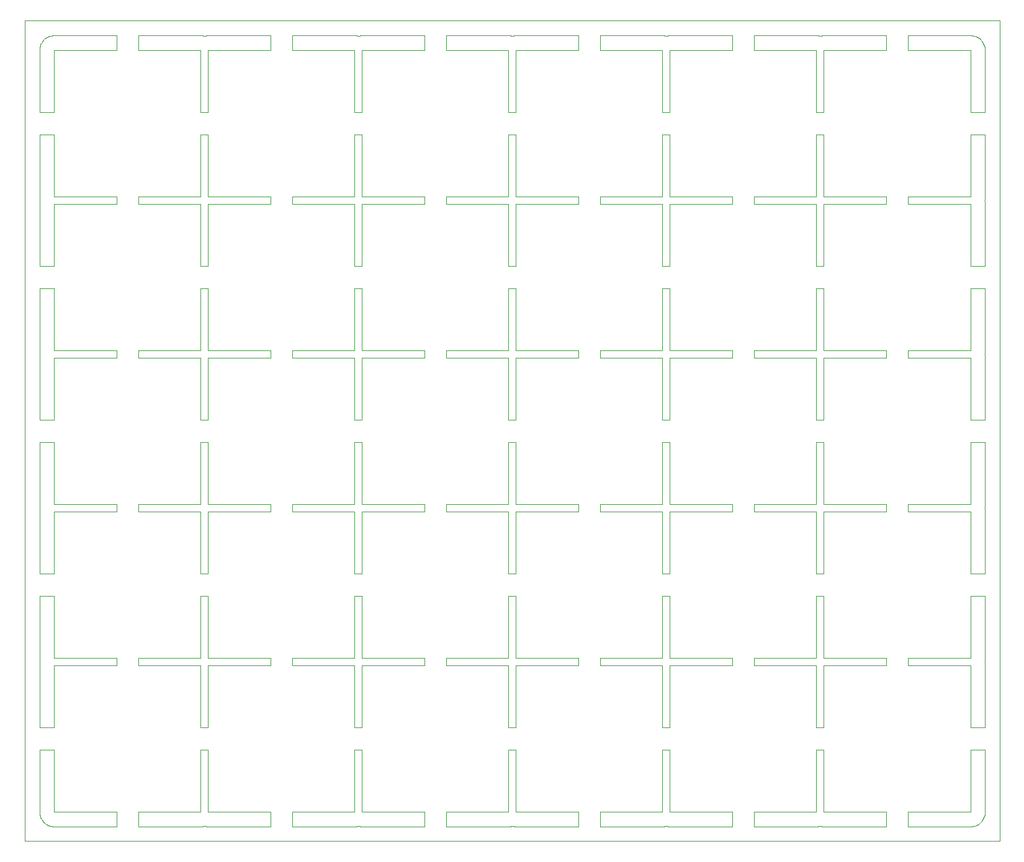
<source format=gbr>
%TF.GenerationSoftware,KiCad,Pcbnew,(6.0.8)*%
%TF.CreationDate,2022-11-05T12:29:25+05:30*%
%TF.ProjectId,panelized,70616e65-6c69-47a6-9564-2e6b69636164,rev?*%
%TF.SameCoordinates,Original*%
%TF.FileFunction,Profile,NP*%
%FSLAX46Y46*%
G04 Gerber Fmt 4.6, Leading zero omitted, Abs format (unit mm)*
G04 Created by KiCad (PCBNEW (6.0.8)) date 2022-11-05 12:29:25*
%MOMM*%
%LPD*%
G01*
G04 APERTURE LIST*
%TA.AperFunction,Profile*%
%ADD10C,0.100000*%
%TD*%
G04 APERTURE END LIST*
D10*
X145934062Y-81500000D02*
X145961570Y-81609819D01*
X17000000Y-103000000D02*
X17009630Y-102803965D01*
X69500000Y-19000000D02*
X61000000Y-19000000D01*
X81000000Y-61000000D02*
X72500000Y-61000000D01*
X48500000Y-81000000D02*
X48500000Y-82000000D01*
X61000000Y-69500000D02*
X60000000Y-69500000D01*
X60803965Y-124990369D02*
X60609819Y-124961570D01*
X144765366Y-17152240D02*
X144942793Y-17236157D01*
X51500000Y-81000000D02*
X60000000Y-81000000D01*
X90500000Y-102000000D02*
X90500000Y-103000000D01*
X81000000Y-69500000D02*
X81000000Y-61000000D01*
X17000000Y-19000000D02*
X17009630Y-18803965D01*
X146000000Y-48500000D02*
X144000000Y-48500000D01*
X123000000Y-39000000D02*
X123000000Y-30500000D01*
X60000000Y-82000000D02*
X51500000Y-82000000D01*
X27500000Y-40000000D02*
X19000000Y-40000000D01*
X81000000Y-82000000D02*
X72500000Y-82000000D01*
X103000000Y-103000000D02*
X103000000Y-111500000D01*
X72500000Y-81000000D02*
X81000000Y-81000000D01*
X19000000Y-39000000D02*
X27500000Y-39000000D01*
X144000000Y-17000000D02*
X144196034Y-17009630D01*
X82000000Y-61000000D02*
X82000000Y-69500000D01*
X82000000Y-69500000D02*
X81000000Y-69500000D01*
X93500000Y-103000000D02*
X93500000Y-102000000D01*
X90500000Y-40000000D02*
X82000000Y-40000000D01*
X39000000Y-111500000D02*
X39000000Y-103000000D01*
X17009630Y-102803965D02*
X17038429Y-102609819D01*
X17236157Y-123942793D02*
X17152240Y-123765366D01*
X40000000Y-72500000D02*
X40000000Y-81000000D01*
X81803965Y-124990369D02*
X81609819Y-124961570D01*
X124000000Y-61000000D02*
X124000000Y-69500000D01*
X145847759Y-123765366D02*
X145763842Y-123942793D01*
X114500000Y-60000000D02*
X123000000Y-60000000D01*
X17000000Y-102000000D02*
X17000000Y-93500000D01*
X72500000Y-103000000D02*
X72500000Y-102000000D01*
X60000000Y-39000000D02*
X60000000Y-30500000D01*
X123000000Y-61000000D02*
X114500000Y-61000000D01*
X123500000Y-124934062D02*
X123390180Y-124961570D01*
X144000000Y-48500000D02*
X144000000Y-40000000D01*
X51500000Y-82000000D02*
X51500000Y-81000000D01*
X61000000Y-51500000D02*
X61000000Y-60000000D01*
X51500000Y-17000000D02*
X60000000Y-17000000D01*
X51500000Y-61000000D02*
X51500000Y-60000000D01*
X93500000Y-61000000D02*
X93500000Y-60000000D01*
X145990369Y-60803965D02*
X146000000Y-61000000D01*
X102500000Y-17065937D02*
X102609819Y-17038429D01*
X144000000Y-103000000D02*
X135500000Y-103000000D01*
X135500000Y-60000000D02*
X144000000Y-60000000D01*
X102000000Y-30500000D02*
X103000000Y-30500000D01*
X124000000Y-69500000D02*
X123000000Y-69500000D01*
X145961570Y-39390180D02*
X145934062Y-39500000D01*
X114500000Y-81000000D02*
X123000000Y-81000000D01*
X135500000Y-103000000D02*
X135500000Y-102000000D01*
X102803965Y-17009630D02*
X103000000Y-17000000D01*
X60196034Y-17009630D02*
X60390180Y-17038429D01*
X17000000Y-114500000D02*
X19000000Y-114500000D01*
X103000000Y-39000000D02*
X111500000Y-39000000D01*
X123000000Y-60000000D02*
X123000000Y-51500000D01*
X51500000Y-39000000D02*
X60000000Y-39000000D01*
X132500000Y-125000000D02*
X124000000Y-125000000D01*
X111500000Y-103000000D02*
X103000000Y-103000000D01*
X72500000Y-123000000D02*
X81000000Y-123000000D01*
X81000000Y-81000000D02*
X81000000Y-72500000D01*
X145414213Y-124414213D02*
X145268786Y-124546020D01*
X17038429Y-81609819D02*
X17065937Y-81500000D01*
X93500000Y-123000000D02*
X102000000Y-123000000D01*
X27500000Y-102000000D02*
X27500000Y-103000000D01*
X39000000Y-17000000D02*
X39196034Y-17009630D01*
X17086119Y-123580569D02*
X17038429Y-123390180D01*
X102000000Y-19000000D02*
X93500000Y-19000000D01*
X123000000Y-40000000D02*
X114500000Y-40000000D01*
X81390180Y-17038429D02*
X81500000Y-17065937D01*
X82000000Y-102000000D02*
X90500000Y-102000000D01*
X69500000Y-81000000D02*
X69500000Y-82000000D01*
X17038429Y-102609819D02*
X17065937Y-102500000D01*
X102000000Y-69500000D02*
X102000000Y-61000000D01*
X17000000Y-40000000D02*
X17009630Y-39803965D01*
X144942793Y-124763842D02*
X144765366Y-124847759D01*
X40000000Y-17000000D02*
X48500000Y-17000000D01*
X81803965Y-17009630D02*
X82000000Y-17000000D01*
X114500000Y-61000000D02*
X114500000Y-60000000D01*
X144000000Y-60000000D02*
X144000000Y-51500000D01*
X132500000Y-81000000D02*
X132500000Y-82000000D01*
X48500000Y-61000000D02*
X40000000Y-61000000D01*
X102000000Y-81000000D02*
X102000000Y-72500000D01*
X123000000Y-102000000D02*
X123000000Y-93500000D01*
X40000000Y-103000000D02*
X40000000Y-111500000D01*
X81000000Y-72500000D02*
X82000000Y-72500000D01*
X146000000Y-39000000D02*
X145990369Y-39196034D01*
X17888859Y-17337060D02*
X18057206Y-17236157D01*
X17065937Y-102500000D02*
X17038429Y-102390180D01*
X90500000Y-60000000D02*
X90500000Y-61000000D01*
X51500000Y-60000000D02*
X60000000Y-60000000D01*
X102000000Y-27500000D02*
X102000000Y-19000000D01*
X111500000Y-82000000D02*
X103000000Y-82000000D01*
X144390180Y-17038429D02*
X144580569Y-17086119D01*
X19000000Y-60000000D02*
X27500000Y-60000000D01*
X146000000Y-72500000D02*
X146000000Y-81000000D01*
X17000000Y-48500000D02*
X17000000Y-40000000D01*
X17009630Y-39803965D02*
X17038429Y-39609819D01*
X82000000Y-111500000D02*
X81000000Y-111500000D01*
X17000000Y-81000000D02*
X17000000Y-72500000D01*
X40000000Y-30500000D02*
X40000000Y-39000000D01*
X19000000Y-40000000D02*
X19000000Y-48500000D01*
X145913880Y-123580569D02*
X145847759Y-123765366D01*
X61000000Y-72500000D02*
X61000000Y-81000000D01*
X19000000Y-90500000D02*
X17000000Y-90500000D01*
X81500000Y-17065937D02*
X81609819Y-17038429D01*
X123196034Y-17009630D02*
X123390180Y-17038429D01*
X60390180Y-124961570D02*
X60196034Y-124990369D01*
X144000000Y-90500000D02*
X144000000Y-82000000D01*
X17000000Y-111500000D02*
X17000000Y-103000000D01*
X27500000Y-19000000D02*
X19000000Y-19000000D01*
X111500000Y-125000000D02*
X103000000Y-125000000D01*
X81000000Y-30500000D02*
X82000000Y-30500000D01*
X145111140Y-17337060D02*
X145268786Y-17453979D01*
X145934062Y-102500000D02*
X145961570Y-102609819D01*
X135500000Y-123000000D02*
X144000000Y-123000000D01*
X19000000Y-48500000D02*
X17000000Y-48500000D01*
X27500000Y-17000000D02*
X27500000Y-19000000D01*
X111500000Y-40000000D02*
X103000000Y-40000000D01*
X18803965Y-124990369D02*
X18609819Y-124961570D01*
X40000000Y-111500000D02*
X39000000Y-111500000D01*
X145990369Y-102803965D02*
X146000000Y-103000000D01*
X144196034Y-124990369D02*
X144000000Y-125000000D01*
X19000000Y-81000000D02*
X27500000Y-81000000D01*
X123000000Y-103000000D02*
X114500000Y-103000000D01*
X144000000Y-93500000D02*
X146000000Y-93500000D01*
X103000000Y-114500000D02*
X103000000Y-123000000D01*
X145763842Y-123942793D02*
X145662939Y-124111140D01*
X18057206Y-17236157D02*
X18234633Y-17152240D01*
X69500000Y-17000000D02*
X69500000Y-19000000D01*
X124000000Y-111500000D02*
X123000000Y-111500000D01*
X17009630Y-123196034D02*
X17000000Y-123000000D01*
X39500000Y-124934062D02*
X39390180Y-124961570D01*
X146000000Y-27500000D02*
X144000000Y-27500000D01*
X60000000Y-19000000D02*
X51500000Y-19000000D01*
X81609819Y-124961570D02*
X81500000Y-124934062D01*
X146000000Y-93500000D02*
X146000000Y-102000000D01*
X19000000Y-114500000D02*
X19000000Y-123000000D01*
X61000000Y-81000000D02*
X69500000Y-81000000D01*
X30500000Y-81000000D02*
X39000000Y-81000000D01*
X60000000Y-81000000D02*
X60000000Y-72500000D01*
X135500000Y-39000000D02*
X144000000Y-39000000D01*
X145934062Y-60500000D02*
X145961570Y-60609819D01*
X93500000Y-40000000D02*
X93500000Y-39000000D01*
X145414213Y-17585786D02*
X145546020Y-17731213D01*
X19000000Y-51500000D02*
X19000000Y-60000000D01*
X81000000Y-125000000D02*
X72500000Y-125000000D01*
X132500000Y-123000000D02*
X132500000Y-125000000D01*
X124000000Y-102000000D02*
X132500000Y-102000000D01*
X48500000Y-82000000D02*
X40000000Y-82000000D01*
X69500000Y-61000000D02*
X61000000Y-61000000D01*
X19000000Y-30500000D02*
X19000000Y-39000000D01*
X123000000Y-81000000D02*
X123000000Y-72500000D01*
X17038429Y-39609819D02*
X17065937Y-39500000D01*
X40000000Y-48500000D02*
X39000000Y-48500000D01*
X19000000Y-19000000D02*
X19000000Y-27500000D01*
X18234633Y-124847759D02*
X18057206Y-124763842D01*
X124000000Y-72500000D02*
X124000000Y-81000000D01*
X40000000Y-27500000D02*
X39000000Y-27500000D01*
X18419430Y-17086119D02*
X18609819Y-17038429D01*
X39803965Y-17009630D02*
X40000000Y-17000000D01*
X124000000Y-125000000D02*
X123803965Y-124990369D01*
X123609819Y-17038429D02*
X123803965Y-17009630D01*
X17453979Y-17731213D02*
X17585786Y-17585786D01*
X17065937Y-81500000D02*
X17038429Y-81390180D01*
X114500000Y-103000000D02*
X114500000Y-102000000D01*
X144000000Y-61000000D02*
X135500000Y-61000000D01*
X17585786Y-17585786D02*
X17731213Y-17453979D01*
X81390180Y-124961570D02*
X81196034Y-124990369D01*
X124000000Y-93500000D02*
X124000000Y-102000000D01*
X61000000Y-30500000D02*
X61000000Y-39000000D01*
X146000000Y-69500000D02*
X144000000Y-69500000D01*
X61000000Y-103000000D02*
X61000000Y-111500000D01*
X145961570Y-60390180D02*
X145934062Y-60500000D01*
X146000000Y-51500000D02*
X146000000Y-60000000D01*
X39000000Y-103000000D02*
X30500000Y-103000000D01*
X72500000Y-82000000D02*
X72500000Y-81000000D01*
X81609819Y-17038429D02*
X81803965Y-17009630D01*
X102000000Y-17000000D02*
X102196034Y-17009630D01*
X27500000Y-61000000D02*
X19000000Y-61000000D01*
X81000000Y-103000000D02*
X72500000Y-103000000D01*
X48500000Y-17000000D02*
X48500000Y-19000000D01*
X19000000Y-72500000D02*
X19000000Y-81000000D01*
X17009630Y-102196034D02*
X17000000Y-102000000D01*
X27500000Y-103000000D02*
X19000000Y-103000000D01*
X102000000Y-93500000D02*
X103000000Y-93500000D01*
X144000000Y-27500000D02*
X144000000Y-19000000D01*
X61000000Y-93500000D02*
X61000000Y-102000000D01*
X81000000Y-60000000D02*
X81000000Y-51500000D01*
X123000000Y-123000000D02*
X123000000Y-114500000D01*
X124000000Y-60000000D02*
X132500000Y-60000000D01*
X102000000Y-39000000D02*
X102000000Y-30500000D01*
X123000000Y-30500000D02*
X124000000Y-30500000D01*
X135500000Y-102000000D02*
X144000000Y-102000000D01*
X103000000Y-102000000D02*
X111500000Y-102000000D01*
X144942793Y-17236157D02*
X145111140Y-17337060D01*
X123000000Y-19000000D02*
X114500000Y-19000000D01*
X82000000Y-114500000D02*
X82000000Y-123000000D01*
X39390180Y-124961570D02*
X39196034Y-124990369D01*
X82000000Y-60000000D02*
X90500000Y-60000000D01*
X61000000Y-123000000D02*
X69500000Y-123000000D01*
X123000000Y-90500000D02*
X123000000Y-82000000D01*
X93500000Y-39000000D02*
X102000000Y-39000000D01*
X124000000Y-17000000D02*
X132500000Y-17000000D01*
X102609819Y-124961570D02*
X102500000Y-124934062D01*
X146000000Y-114500000D02*
X146000000Y-123000000D01*
X17152240Y-18234633D02*
X17236157Y-18057206D01*
X144000000Y-114500000D02*
X146000000Y-114500000D01*
X90500000Y-103000000D02*
X82000000Y-103000000D01*
X27500000Y-123000000D02*
X27500000Y-125000000D01*
X69500000Y-39000000D02*
X69500000Y-40000000D01*
X124000000Y-27500000D02*
X123000000Y-27500000D01*
X145268786Y-17453979D02*
X145414213Y-17585786D01*
X90500000Y-19000000D02*
X82000000Y-19000000D01*
X17152240Y-123765366D02*
X17086119Y-123580569D01*
X123000000Y-111500000D02*
X123000000Y-103000000D01*
X17000000Y-60000000D02*
X17000000Y-51500000D01*
X17731213Y-124546020D02*
X17585786Y-124414213D01*
X102500000Y-124934062D02*
X102390180Y-124961570D01*
X82000000Y-30500000D02*
X82000000Y-39000000D01*
X124000000Y-39000000D02*
X132500000Y-39000000D01*
X39609819Y-124961570D02*
X39500000Y-124934062D01*
X39000000Y-27500000D02*
X39000000Y-19000000D01*
X30500000Y-123000000D02*
X39000000Y-123000000D01*
X90500000Y-123000000D02*
X90500000Y-125000000D01*
X114500000Y-17000000D02*
X123000000Y-17000000D01*
X60000000Y-17000000D02*
X60196034Y-17009630D01*
X17065937Y-39500000D02*
X17038429Y-39390180D01*
X102000000Y-111500000D02*
X102000000Y-103000000D01*
X145990369Y-39803965D02*
X146000000Y-40000000D01*
X51500000Y-103000000D02*
X51500000Y-102000000D01*
X82000000Y-90500000D02*
X81000000Y-90500000D01*
X60000000Y-111500000D02*
X60000000Y-103000000D01*
X17000000Y-30500000D02*
X19000000Y-30500000D01*
X144000000Y-125000000D02*
X135500000Y-125000000D01*
X51500000Y-125000000D02*
X51500000Y-123000000D01*
X102000000Y-61000000D02*
X93500000Y-61000000D01*
X81196034Y-17009630D02*
X81390180Y-17038429D01*
X17038429Y-81390180D02*
X17009630Y-81196034D01*
X27500000Y-82000000D02*
X19000000Y-82000000D01*
X61000000Y-27500000D02*
X60000000Y-27500000D01*
X17453979Y-124268786D02*
X17337060Y-124111140D01*
X69500000Y-103000000D02*
X61000000Y-103000000D01*
X17000000Y-69500000D02*
X17000000Y-61000000D01*
X17009630Y-60803965D02*
X17038429Y-60609819D01*
X144000000Y-69500000D02*
X144000000Y-61000000D01*
X103000000Y-93500000D02*
X103000000Y-102000000D01*
X103000000Y-30500000D02*
X103000000Y-39000000D01*
X72500000Y-125000000D02*
X72500000Y-123000000D01*
X60390180Y-17038429D02*
X60500000Y-17065937D01*
X15000000Y-127000000D02*
X148000000Y-127000000D01*
X69500000Y-123000000D02*
X69500000Y-125000000D01*
X17009630Y-18803965D02*
X17038429Y-18609819D01*
X81000000Y-48500000D02*
X81000000Y-40000000D01*
X19000000Y-111500000D02*
X17000000Y-111500000D01*
X19000000Y-102000000D02*
X27500000Y-102000000D01*
X123000000Y-48500000D02*
X123000000Y-40000000D01*
X145111140Y-124662939D02*
X144942793Y-124763842D01*
X40000000Y-90500000D02*
X39000000Y-90500000D01*
X144000000Y-51500000D02*
X146000000Y-51500000D01*
X114500000Y-39000000D02*
X123000000Y-39000000D01*
X114500000Y-102000000D02*
X123000000Y-102000000D01*
X17000000Y-90500000D02*
X17000000Y-82000000D01*
X40000000Y-125000000D02*
X39803965Y-124990369D01*
X144000000Y-39000000D02*
X144000000Y-30500000D01*
X82000000Y-123000000D02*
X90500000Y-123000000D01*
X81000000Y-39000000D02*
X81000000Y-30500000D01*
X60000000Y-93500000D02*
X61000000Y-93500000D01*
X17009630Y-81803965D02*
X17038429Y-81609819D01*
X124000000Y-51500000D02*
X124000000Y-60000000D01*
X132500000Y-102000000D02*
X132500000Y-103000000D01*
X18609819Y-124961570D02*
X18419430Y-124913880D01*
X102000000Y-40000000D02*
X93500000Y-40000000D01*
X60000000Y-72500000D02*
X61000000Y-72500000D01*
X18234633Y-17152240D02*
X18419430Y-17086119D01*
X81000000Y-123000000D02*
X81000000Y-114500000D01*
X19000000Y-17000000D02*
X27500000Y-17000000D01*
X15000000Y-15000000D02*
X15000000Y-127000000D01*
X39000000Y-60000000D02*
X39000000Y-51500000D01*
X102196034Y-17009630D02*
X102390180Y-17038429D01*
X39000000Y-30500000D02*
X40000000Y-30500000D01*
X72500000Y-17000000D02*
X81000000Y-17000000D01*
X48500000Y-125000000D02*
X40000000Y-125000000D01*
X40000000Y-81000000D02*
X48500000Y-81000000D01*
X17038429Y-60609819D02*
X17065937Y-60500000D01*
X132500000Y-82000000D02*
X124000000Y-82000000D01*
X39000000Y-40000000D02*
X30500000Y-40000000D01*
X39000000Y-82000000D02*
X30500000Y-82000000D01*
X111500000Y-81000000D02*
X111500000Y-82000000D01*
X72500000Y-61000000D02*
X72500000Y-60000000D01*
X145961570Y-39609819D02*
X145990369Y-39803965D01*
X135500000Y-82000000D02*
X135500000Y-81000000D01*
X19000000Y-82000000D02*
X19000000Y-90500000D01*
X17585786Y-124414213D02*
X17453979Y-124268786D01*
X60609819Y-124961570D02*
X60500000Y-124934062D01*
X145990369Y-123196034D02*
X145961570Y-123390180D01*
X60000000Y-40000000D02*
X51500000Y-40000000D01*
X145546020Y-17731213D02*
X145662939Y-17888859D01*
X17038429Y-102390180D02*
X17009630Y-102196034D01*
X123803965Y-17009630D02*
X124000000Y-17000000D01*
X144000000Y-123000000D02*
X144000000Y-114500000D01*
X93500000Y-19000000D02*
X93500000Y-17000000D01*
X39803965Y-124990369D02*
X39609819Y-124961570D01*
X18419430Y-124913880D02*
X18234633Y-124847759D01*
X146000000Y-90500000D02*
X144000000Y-90500000D01*
X111500000Y-60000000D02*
X111500000Y-61000000D01*
X39390180Y-17038429D02*
X39500000Y-17065937D01*
X27500000Y-81000000D02*
X27500000Y-82000000D01*
X145662939Y-124111140D02*
X145546020Y-124268786D01*
X82000000Y-51500000D02*
X82000000Y-60000000D01*
X103000000Y-125000000D02*
X102803965Y-124990369D01*
X81000000Y-102000000D02*
X81000000Y-93500000D01*
X61000000Y-102000000D02*
X69500000Y-102000000D01*
X48500000Y-103000000D02*
X40000000Y-103000000D01*
X61000000Y-39000000D02*
X69500000Y-39000000D01*
X60609819Y-17038429D02*
X60803965Y-17009630D01*
X145268786Y-124546020D02*
X145111140Y-124662939D01*
X111500000Y-39000000D02*
X111500000Y-40000000D01*
X123000000Y-27500000D02*
X123000000Y-19000000D01*
X60000000Y-123000000D02*
X60000000Y-114500000D01*
X19000000Y-69500000D02*
X17000000Y-69500000D01*
X82000000Y-82000000D02*
X82000000Y-90500000D01*
X69500000Y-125000000D02*
X61000000Y-125000000D01*
X82000000Y-72500000D02*
X82000000Y-81000000D01*
X102000000Y-103000000D02*
X93500000Y-103000000D01*
X39196034Y-17009630D02*
X39390180Y-17038429D01*
X144000000Y-30500000D02*
X146000000Y-30500000D01*
X27500000Y-39000000D02*
X27500000Y-40000000D01*
X40000000Y-93500000D02*
X40000000Y-102000000D01*
X48500000Y-39000000D02*
X48500000Y-40000000D01*
X90500000Y-39000000D02*
X90500000Y-40000000D01*
X17731213Y-17453979D02*
X17888859Y-17337060D01*
X123000000Y-51500000D02*
X124000000Y-51500000D01*
X124000000Y-19000000D02*
X124000000Y-27500000D01*
X103000000Y-17000000D02*
X111500000Y-17000000D01*
X60000000Y-27500000D02*
X60000000Y-19000000D01*
X102000000Y-102000000D02*
X102000000Y-93500000D01*
X123000000Y-17000000D02*
X123196034Y-17009630D01*
X81196034Y-124990369D02*
X81000000Y-125000000D01*
X61000000Y-40000000D02*
X61000000Y-48500000D01*
X39000000Y-102000000D02*
X39000000Y-93500000D01*
X146000000Y-61000000D02*
X146000000Y-69500000D01*
X102000000Y-123000000D02*
X102000000Y-114500000D01*
X82000000Y-39000000D02*
X90500000Y-39000000D01*
X17000000Y-27500000D02*
X17000000Y-19000000D01*
X17000000Y-93500000D02*
X19000000Y-93500000D01*
X103000000Y-48500000D02*
X102000000Y-48500000D01*
X144765366Y-124847759D02*
X144580569Y-124913880D01*
X90500000Y-17000000D02*
X90500000Y-19000000D01*
X103000000Y-61000000D02*
X103000000Y-69500000D01*
X146000000Y-19000000D02*
X146000000Y-27500000D01*
X69500000Y-60000000D02*
X69500000Y-61000000D01*
X30500000Y-19000000D02*
X30500000Y-17000000D01*
X69500000Y-82000000D02*
X61000000Y-82000000D01*
X17337060Y-17888859D02*
X17453979Y-17731213D01*
X40000000Y-114500000D02*
X40000000Y-123000000D01*
X39000000Y-125000000D02*
X30500000Y-125000000D01*
X30500000Y-102000000D02*
X39000000Y-102000000D01*
X103000000Y-72500000D02*
X103000000Y-81000000D01*
X39000000Y-69500000D02*
X39000000Y-61000000D01*
X145913880Y-18419430D02*
X145961570Y-18609819D01*
X132500000Y-60000000D02*
X132500000Y-61000000D01*
X60000000Y-90500000D02*
X60000000Y-82000000D01*
X48500000Y-102000000D02*
X48500000Y-103000000D01*
X145990369Y-18803965D02*
X146000000Y-19000000D01*
X135500000Y-40000000D02*
X135500000Y-39000000D01*
X61000000Y-17000000D02*
X69500000Y-17000000D01*
X103000000Y-111500000D02*
X102000000Y-111500000D01*
X48500000Y-40000000D02*
X40000000Y-40000000D01*
X17009630Y-39196034D02*
X17000000Y-39000000D01*
X39196034Y-124990369D02*
X39000000Y-125000000D01*
X82000000Y-27500000D02*
X81000000Y-27500000D01*
X82000000Y-48500000D02*
X81000000Y-48500000D01*
X60000000Y-51500000D02*
X61000000Y-51500000D01*
X81000000Y-40000000D02*
X72500000Y-40000000D01*
X123803965Y-124990369D02*
X123609819Y-124961570D01*
X61000000Y-60000000D02*
X69500000Y-60000000D01*
X39609819Y-17038429D02*
X39803965Y-17009630D01*
X82000000Y-17000000D02*
X90500000Y-17000000D01*
X132500000Y-103000000D02*
X124000000Y-103000000D01*
X17009630Y-81196034D02*
X17000000Y-81000000D01*
X81000000Y-111500000D02*
X81000000Y-103000000D01*
X51500000Y-102000000D02*
X60000000Y-102000000D01*
X40000000Y-82000000D02*
X40000000Y-90500000D01*
X123000000Y-114500000D02*
X124000000Y-114500000D01*
X103000000Y-19000000D02*
X103000000Y-27500000D01*
X124000000Y-103000000D02*
X124000000Y-111500000D01*
X93500000Y-81000000D02*
X102000000Y-81000000D01*
X103000000Y-40000000D02*
X103000000Y-48500000D01*
X72500000Y-40000000D02*
X72500000Y-39000000D01*
X39000000Y-19000000D02*
X30500000Y-19000000D01*
X40000000Y-39000000D02*
X48500000Y-39000000D01*
X146000000Y-81000000D02*
X145990369Y-81196034D01*
X102803965Y-124990369D02*
X102609819Y-124961570D01*
X90500000Y-81000000D02*
X90500000Y-82000000D01*
X135500000Y-125000000D02*
X135500000Y-123000000D01*
X102000000Y-48500000D02*
X102000000Y-40000000D01*
X114500000Y-125000000D02*
X114500000Y-123000000D01*
X111500000Y-123000000D02*
X111500000Y-125000000D01*
X145961570Y-18609819D02*
X145990369Y-18803965D01*
X81000000Y-90500000D02*
X81000000Y-82000000D01*
X40000000Y-40000000D02*
X40000000Y-48500000D01*
X123000000Y-93500000D02*
X124000000Y-93500000D01*
X30500000Y-60000000D02*
X39000000Y-60000000D01*
X39500000Y-17065937D02*
X39609819Y-17038429D01*
X81000000Y-114500000D02*
X82000000Y-114500000D01*
X123000000Y-125000000D02*
X114500000Y-125000000D01*
X61000000Y-114500000D02*
X61000000Y-123000000D01*
X81000000Y-19000000D02*
X72500000Y-19000000D01*
X19000000Y-93500000D02*
X19000000Y-102000000D01*
X90500000Y-82000000D02*
X82000000Y-82000000D01*
X111500000Y-19000000D02*
X103000000Y-19000000D01*
X135500000Y-19000000D02*
X135500000Y-17000000D01*
X144196034Y-17009630D02*
X144390180Y-17038429D01*
X40000000Y-61000000D02*
X40000000Y-69500000D01*
X18803965Y-17009630D02*
X19000000Y-17000000D01*
X103000000Y-82000000D02*
X103000000Y-90500000D01*
X51500000Y-123000000D02*
X60000000Y-123000000D01*
X124000000Y-30500000D02*
X124000000Y-39000000D01*
X40000000Y-123000000D02*
X48500000Y-123000000D01*
X93500000Y-125000000D02*
X93500000Y-123000000D01*
X145546020Y-124268786D02*
X145414213Y-124414213D01*
X60000000Y-103000000D02*
X51500000Y-103000000D01*
X60196034Y-124990369D02*
X60000000Y-125000000D01*
X81000000Y-93500000D02*
X82000000Y-93500000D01*
X17038429Y-39390180D02*
X17009630Y-39196034D01*
X123609819Y-124961570D02*
X123500000Y-124934062D01*
X123000000Y-82000000D02*
X114500000Y-82000000D01*
X61000000Y-48500000D02*
X60000000Y-48500000D01*
X60500000Y-124934062D02*
X60390180Y-124961570D01*
X103000000Y-69500000D02*
X102000000Y-69500000D01*
X146000000Y-123000000D02*
X145990369Y-123196034D01*
X82000000Y-19000000D02*
X82000000Y-27500000D01*
X61000000Y-19000000D02*
X61000000Y-27500000D01*
X60000000Y-48500000D02*
X60000000Y-40000000D01*
X135500000Y-81000000D02*
X144000000Y-81000000D01*
X30500000Y-82000000D02*
X30500000Y-81000000D01*
X39000000Y-114500000D02*
X40000000Y-114500000D01*
X61000000Y-111500000D02*
X60000000Y-111500000D01*
X145662939Y-17888859D02*
X145763842Y-18057206D01*
X123000000Y-69500000D02*
X123000000Y-61000000D01*
X60000000Y-69500000D02*
X60000000Y-61000000D01*
X144000000Y-72500000D02*
X146000000Y-72500000D01*
X145934062Y-39500000D02*
X145961570Y-39609819D01*
X40000000Y-19000000D02*
X40000000Y-27500000D01*
X40000000Y-102000000D02*
X48500000Y-102000000D01*
X102390180Y-124961570D02*
X102196034Y-124990369D01*
X102000000Y-60000000D02*
X102000000Y-51500000D01*
X102609819Y-17038429D02*
X102803965Y-17009630D01*
X144580569Y-124913880D02*
X144390180Y-124961570D01*
X39000000Y-51500000D02*
X40000000Y-51500000D01*
X81000000Y-17000000D02*
X81196034Y-17009630D01*
X61000000Y-90500000D02*
X60000000Y-90500000D01*
X17000000Y-61000000D02*
X17009630Y-60803965D01*
X102000000Y-90500000D02*
X102000000Y-82000000D01*
X82000000Y-81000000D02*
X90500000Y-81000000D01*
X39000000Y-81000000D02*
X39000000Y-72500000D01*
X124000000Y-48500000D02*
X123000000Y-48500000D01*
X146000000Y-30500000D02*
X146000000Y-39000000D01*
X145961570Y-81390180D02*
X145934062Y-81500000D01*
X144000000Y-40000000D02*
X135500000Y-40000000D01*
X93500000Y-102000000D02*
X102000000Y-102000000D01*
X145990369Y-81803965D02*
X146000000Y-82000000D01*
X102390180Y-17038429D02*
X102500000Y-17065937D01*
X90500000Y-61000000D02*
X82000000Y-61000000D01*
X123196034Y-124990369D02*
X123000000Y-125000000D01*
X144580569Y-17086119D02*
X144765366Y-17152240D01*
X132500000Y-17000000D02*
X132500000Y-19000000D01*
X60000000Y-60000000D02*
X60000000Y-51500000D01*
X17038429Y-123390180D02*
X17009630Y-123196034D01*
X17337060Y-124111140D02*
X17236157Y-123942793D01*
X39000000Y-93500000D02*
X40000000Y-93500000D01*
X103000000Y-27500000D02*
X102000000Y-27500000D01*
X144000000Y-102000000D02*
X144000000Y-93500000D01*
X148000000Y-15000000D02*
X15000000Y-15000000D01*
X82000000Y-93500000D02*
X82000000Y-102000000D01*
X60803965Y-17009630D02*
X61000000Y-17000000D01*
X144000000Y-81000000D02*
X144000000Y-72500000D01*
X72500000Y-60000000D02*
X81000000Y-60000000D01*
X69500000Y-102000000D02*
X69500000Y-103000000D01*
X40000000Y-69500000D02*
X39000000Y-69500000D01*
X60000000Y-125000000D02*
X51500000Y-125000000D01*
X17888859Y-124662939D02*
X17731213Y-124546020D01*
X144390180Y-124961570D02*
X144196034Y-124990369D01*
X72500000Y-39000000D02*
X81000000Y-39000000D01*
X48500000Y-19000000D02*
X40000000Y-19000000D01*
X102000000Y-125000000D02*
X93500000Y-125000000D01*
X132500000Y-61000000D02*
X124000000Y-61000000D01*
X135500000Y-61000000D02*
X135500000Y-60000000D01*
X72500000Y-102000000D02*
X81000000Y-102000000D01*
X51500000Y-19000000D02*
X51500000Y-17000000D01*
X102196034Y-124990369D02*
X102000000Y-125000000D01*
X30500000Y-39000000D02*
X39000000Y-39000000D01*
X17038429Y-18609819D02*
X17086119Y-18419430D01*
X103000000Y-123000000D02*
X111500000Y-123000000D01*
X30500000Y-17000000D02*
X39000000Y-17000000D01*
X123390180Y-17038429D02*
X123500000Y-17065937D01*
X124000000Y-40000000D02*
X124000000Y-48500000D01*
X123390180Y-124961570D02*
X123196034Y-124990369D01*
X60000000Y-61000000D02*
X51500000Y-61000000D01*
X27500000Y-125000000D02*
X19000000Y-125000000D01*
X145961570Y-102609819D02*
X145990369Y-102803965D01*
X82000000Y-125000000D02*
X81803965Y-124990369D01*
X146000000Y-103000000D02*
X146000000Y-111500000D01*
X39000000Y-48500000D02*
X39000000Y-40000000D01*
X39000000Y-61000000D02*
X30500000Y-61000000D01*
X30500000Y-40000000D02*
X30500000Y-39000000D01*
X60500000Y-17065937D02*
X60609819Y-17038429D01*
X40000000Y-60000000D02*
X48500000Y-60000000D01*
X61000000Y-125000000D02*
X60803965Y-124990369D01*
X103000000Y-81000000D02*
X111500000Y-81000000D01*
X30500000Y-61000000D02*
X30500000Y-60000000D01*
X17000000Y-72500000D02*
X19000000Y-72500000D01*
X145990369Y-102196034D02*
X145961570Y-102390180D01*
X102000000Y-51500000D02*
X103000000Y-51500000D01*
X17065937Y-60500000D02*
X17038429Y-60390180D01*
X102000000Y-114500000D02*
X103000000Y-114500000D01*
X39000000Y-90500000D02*
X39000000Y-82000000D01*
X102000000Y-72500000D02*
X103000000Y-72500000D01*
X90500000Y-125000000D02*
X82000000Y-125000000D01*
X124000000Y-81000000D02*
X132500000Y-81000000D01*
X111500000Y-61000000D02*
X103000000Y-61000000D01*
X114500000Y-123000000D02*
X123000000Y-123000000D01*
X145990369Y-81196034D02*
X145961570Y-81390180D01*
X39000000Y-123000000D02*
X39000000Y-114500000D01*
X102000000Y-82000000D02*
X93500000Y-82000000D01*
X132500000Y-40000000D02*
X124000000Y-40000000D01*
X17000000Y-51500000D02*
X19000000Y-51500000D01*
X93500000Y-17000000D02*
X102000000Y-17000000D01*
X135500000Y-17000000D02*
X144000000Y-17000000D01*
X123500000Y-17065937D02*
X123609819Y-17038429D01*
X61000000Y-82000000D02*
X61000000Y-90500000D01*
X18057206Y-124763842D02*
X17888859Y-124662939D01*
X72500000Y-19000000D02*
X72500000Y-17000000D01*
X124000000Y-114500000D02*
X124000000Y-123000000D01*
X19000000Y-125000000D02*
X18803965Y-124990369D01*
X69500000Y-40000000D02*
X61000000Y-40000000D01*
X17086119Y-18419430D02*
X17152240Y-18234633D01*
X82000000Y-103000000D02*
X82000000Y-111500000D01*
X60000000Y-114500000D02*
X61000000Y-114500000D01*
X61000000Y-61000000D02*
X61000000Y-69500000D01*
X27500000Y-60000000D02*
X27500000Y-61000000D01*
X145847759Y-18234633D02*
X145913880Y-18419430D01*
X111500000Y-17000000D02*
X111500000Y-19000000D01*
X103000000Y-51500000D02*
X103000000Y-60000000D01*
X18609819Y-17038429D02*
X18803965Y-17009630D01*
X145990369Y-60196034D02*
X145961570Y-60390180D01*
X124000000Y-90500000D02*
X123000000Y-90500000D01*
X124000000Y-82000000D02*
X124000000Y-90500000D01*
X144000000Y-111500000D02*
X144000000Y-103000000D01*
X93500000Y-60000000D02*
X102000000Y-60000000D01*
X146000000Y-102000000D02*
X145990369Y-102196034D01*
X17000000Y-39000000D02*
X17000000Y-30500000D01*
X17000000Y-82000000D02*
X17009630Y-81803965D01*
X145961570Y-102390180D02*
X145934062Y-102500000D01*
X103000000Y-60000000D02*
X111500000Y-60000000D01*
X60000000Y-102000000D02*
X60000000Y-93500000D01*
X145961570Y-81609819D02*
X145990369Y-81803965D01*
X132500000Y-19000000D02*
X124000000Y-19000000D01*
X146000000Y-40000000D02*
X146000000Y-48500000D01*
X48500000Y-60000000D02*
X48500000Y-61000000D01*
X17038429Y-60390180D02*
X17009630Y-60196034D01*
X144000000Y-82000000D02*
X135500000Y-82000000D01*
X124000000Y-123000000D02*
X132500000Y-123000000D01*
X40000000Y-51500000D02*
X40000000Y-60000000D01*
X145763842Y-18057206D02*
X145847759Y-18234633D01*
X146000000Y-60000000D02*
X145990369Y-60196034D01*
X48500000Y-123000000D02*
X48500000Y-125000000D01*
X114500000Y-40000000D02*
X114500000Y-39000000D01*
X111500000Y-102000000D02*
X111500000Y-103000000D01*
X17000000Y-123000000D02*
X17000000Y-114500000D01*
X81000000Y-27500000D02*
X81000000Y-19000000D01*
X39000000Y-39000000D02*
X39000000Y-30500000D01*
X60000000Y-30500000D02*
X61000000Y-30500000D01*
X81000000Y-51500000D02*
X82000000Y-51500000D01*
X146000000Y-82000000D02*
X146000000Y-90500000D01*
X114500000Y-82000000D02*
X114500000Y-81000000D01*
X30500000Y-125000000D02*
X30500000Y-123000000D01*
X39000000Y-72500000D02*
X40000000Y-72500000D01*
X145961570Y-60609819D02*
X145990369Y-60803965D01*
X19000000Y-27500000D02*
X17000000Y-27500000D01*
X17236157Y-18057206D02*
X17337060Y-17888859D01*
X30500000Y-103000000D02*
X30500000Y-102000000D01*
X103000000Y-90500000D02*
X102000000Y-90500000D01*
X132500000Y-39000000D02*
X132500000Y-40000000D01*
X146000000Y-111500000D02*
X144000000Y-111500000D01*
X145961570Y-123390180D02*
X145913880Y-123580569D01*
X19000000Y-61000000D02*
X19000000Y-69500000D01*
X123000000Y-72500000D02*
X124000000Y-72500000D01*
X51500000Y-40000000D02*
X51500000Y-39000000D01*
X114500000Y-19000000D02*
X114500000Y-17000000D01*
X19000000Y-103000000D02*
X19000000Y-111500000D01*
X144000000Y-19000000D02*
X135500000Y-19000000D01*
X93500000Y-82000000D02*
X93500000Y-81000000D01*
X145990369Y-39196034D02*
X145961570Y-39390180D01*
X17009630Y-60196034D02*
X17000000Y-60000000D01*
X82000000Y-40000000D02*
X82000000Y-48500000D01*
X19000000Y-123000000D02*
X27500000Y-123000000D01*
X148000000Y-127000000D02*
X148000000Y-15000000D01*
X81500000Y-124934062D02*
X81390180Y-124961570D01*
M02*

</source>
